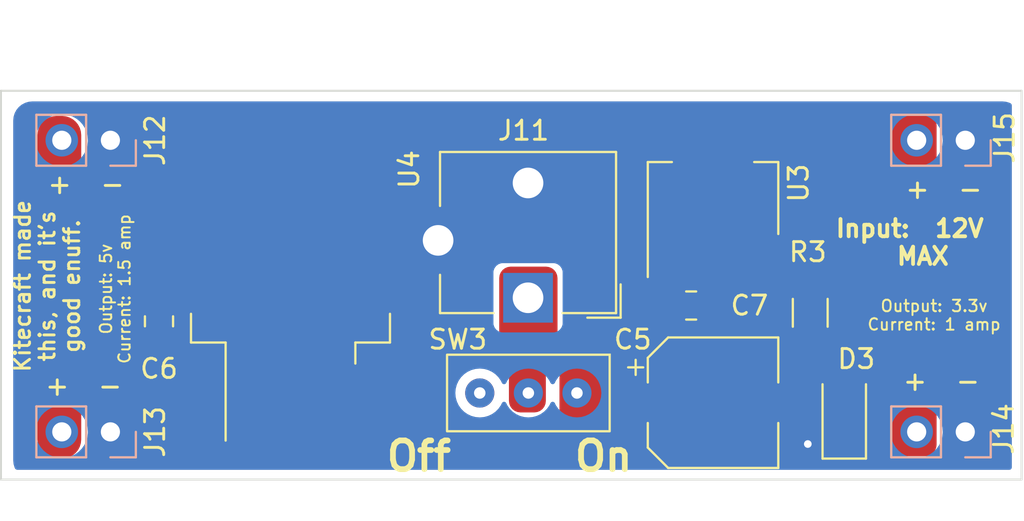
<source format=kicad_pcb>
(kicad_pcb (version 20211014) (generator pcbnew)
  (layers (0 "F.Cu" signal) (31 "B.Cu" signal) (34 "B.Paste" user) (35 "F.Paste" user) (36 "B.SilkS" user "B.Silkscreen") (37 "F.SilkS" user "F.Silkscreen") (38 "B.Mask" user) (39 "F.Mask" user) (44 "Edge.Cuts" user))
  (net 0 "")
  (net 1 "VCC")
  (net 2 "GND")
  (net 3 "5V")
  (net 4 "3.3V")
  (net 5 "Net-(D3-Pad2)")
  (net 6 "Net-(J11-Pad1)")
  (footprint "Kitecraft_Terminal_Blocks:BarrelJack_CUI_PJ-102AH_Horizontal_3_Pin_Short" (layer "F.Cu") (at 126.607 151.488 180)
    (fp_text reference "J11" (at 0.237 8.74 180) (layer "F.SilkS"))
    (fp_text value "Barrel_Jack_MountingPin")
    (fp_line (start -4.6 7.62) (end -4.6 -0.8) (layer "F.SilkS") (width 0.12))
    (fp_line (start -4.6 -0.8) (end -1.8 -0.8) (layer "F.SilkS") (width 0.12))
    (fp_line (start -4.84 -1.04) (end -3.1 -1.04) (layer "F.SilkS") (width 0.12))
    (fp_line (start 4.6 7.62) (end -4.6 7.62) (layer "F.SilkS") (width 0.12))
    (fp_line (start -4.84 0.7) (end -4.84 -1.04) (layer "F.SilkS") (width 0.12))
    (fp_line (start 1.8 -0.8) (end 4.6 -0.8) (layer "F.SilkS") (width 0.12))
    (fp_line (start 4.6 -0.8) (end 4.6 1.2) (layer "F.SilkS") (width 0.12))
    (fp_line (start 4.6 4.8) (end 4.6 7.62) (layer "F.SilkS") (width 0.12))
    (pad "1" thru_hole rect (at 0 0 180) (size 2.6 2.6) (drill 1.6) (layers *.Cu *.Mask) (net 6 "Net-(J11-Pad1)"))
    (pad "2" thru_hole circle (at 0 6 180) (size 2.6 2.6) (drill 1.6) (layers *.Cu *.Mask) (net 2 "GND"))
    (pad "MP" thru_hole circle (at 4.7 3 180) (size 2.6 2.6) (drill 1.6) (layers *.Cu *.Mask) (net 2 "GND"))
  )
  (footprint "Resistor_SMD:R_1206_3216Metric" (layer "F.Cu") (at 141.356 152.273 -90)
    (fp_text reference "R3" (at -3.175 0.127 180) (layer "F.SilkS"))
    (fp_text value "47R")
    (fp_line (start -0.727064 0.91) (end 0.727064 0.91) (layer "F.SilkS") (width 0.12))
    (fp_line (start -0.727064 -0.91) (end 0.727064 -0.91) (layer "F.SilkS") (width 0.12))
    (pad "1" smd roundrect (at -1.4625 0 270) (size 1.125 1.75) (layers "F.Cu" "F.Paste" "F.Mask") (roundrect_rratio 0.2222222222) (net 4 "3.3V"))
    (pad "2" smd roundrect (at 1.4625 0 270) (size 1.125 1.75) (layers "F.Cu" "F.Paste" "F.Mask") (roundrect_rratio 0.2222222222) (net 5 "Net-(D3-Pad2)"))
  )
  (footprint "Capacitor_SMD:CP_Elec_6.3x5.9" (layer "F.Cu") (at 136.276 156.972)
    (fp_text reference "C5" (at -4.196 -3.302 180) (layer "F.SilkS"))
    (fp_text value "C_Polarized")
    (fp_line (start -3.41 2.345563) (end -2.345563 3.41) (layer "F.SilkS") (width 0.12))
    (fp_line (start -3.41 -2.345563) (end -3.41 -1.06) (layer "F.SilkS") (width 0.12))
    (fp_line (start -2.345563 3.41) (end 3.41 3.41) (layer "F.SilkS") (width 0.12))
    (fp_line (start -4.04375 -2.24125) (end -4.04375 -1.45375) (layer "F.SilkS") (width 0.12))
    (fp_line (start -3.41 2.345563) (end -3.41 1.06) (layer "F.SilkS") (width 0.12))
    (fp_line (start -3.41 -2.345563) (end -2.345563 -3.41) (layer "F.SilkS") (width 0.12))
    (fp_line (start -2.345563 -3.41) (end 3.41 -3.41) (layer "F.SilkS") (width 0.12))
    (fp_line (start -4.4375 -1.8475) (end -3.65 -1.8475) (layer "F.SilkS") (width 0.12))
    (fp_line (start 3.41 -3.41) (end 3.41 -1.06) (layer "F.SilkS") (width 0.12))
    (fp_line (start 3.41 3.41) (end 3.41 1.06) (layer "F.SilkS") (width 0.12))
    (pad "1" smd roundrect (at -2.8 0) (size 3.5 1.6) (layers "F.Cu" "F.Paste" "F.Mask") (roundrect_rratio 0.15625) (net 1 "VCC"))
    (pad "2" smd roundrect (at 2.8 0) (size 3.5 1.6) (layers "F.Cu" "F.Paste" "F.Mask") (roundrect_rratio 0.15625) (net 2 "GND"))
  )
  (footprint "Capacitor_SMD:C_0805_2012Metric" (layer "F.Cu") (at 135.133 151.892 180)
    (fp_text reference "C7" (at -3.048 0) (layer "F.SilkS"))
    (fp_text value "C_Polarized")
    (fp_line (start -0.261252 0.735) (end 0.261252 0.735) (layer "F.SilkS") (width 0.12))
    (fp_line (start -0.261252 -0.735) (end 0.261252 -0.735) (layer "F.SilkS") (width 0.12))
    (pad "1" smd roundrect (at -0.95 0 180) (size 1 1.45) (layers "F.Cu" "F.Paste" "F.Mask") (net 4 "3.3V"))
    (pad "2" smd roundrect (at 0.95 0 180) (size 1 1.45) (layers "F.Cu" "F.Paste" "F.Mask") (net 2 "GND"))
  )
  (footprint "Package_TO_SOT_SMD:TO-263-2" (layer "F.Cu") (at 114.192 150.876 90)
    (fp_text reference "U4" (at 6.096 6.204 270) (layer "F.SilkS"))
    (fp_text value "AP1086")
    (fp_line (start -2.95 3.39) (end -4.05 3.39) (layer "F.SilkS") (width 0.12))
    (fp_line (start -1.45 5.2) (end -2.95 5.2) (layer "F.SilkS") (width 0.12))
    (fp_line (start -2.95 -5.2) (end -2.95 -3.39) (layer "F.SilkS") (width 0.12))
    (fp_line (start -1.45 -5.2) (end -2.95 -5.2) (layer "F.SilkS") (width 0.12))
    (fp_line (start -2.95 -3.39) (end -8.075 -3.39) (layer "F.SilkS") (width 0.12))
    (fp_line (start -2.95 5.2) (end -2.95 3.39) (layer "F.SilkS") (width 0.12))
    (pad "1" smd rect (at -5.775 -2.54 90) (size 4.6 1.1) (layers "F.Cu" "F.Paste" "F.Mask") (net 2 "GND"))
    (pad "2" smd rect (at 3.375 0 90) (size 9.4 10.8) (layers "F.Cu" "F.Mask") (net 3 "5V"))
    (pad "3" smd rect (at -5.775 2.54 90) (size 4.6 1.1) (layers "F.Cu" "F.Paste" "F.Mask") (net 1 "VCC"))
  )
  (footprint "Capacitor_SMD:C_0805_2012Metric" (layer "F.Cu") (at 107.32 152.718 -90)
    (fp_text reference "C6" (at 2.476 0 180) (layer "F.SilkS"))
    (fp_text value "C_Polarized")
    (fp_line (start -0.261252 -0.735) (end 0.261252 -0.735) (layer "F.SilkS") (width 0.12))
    (fp_line (start -0.261252 0.735) (end 0.261252 0.735) (layer "F.SilkS") (width 0.12))
    (pad "1" smd roundrect (at -0.95 0 270) (size 1 1.45) (layers "F.Cu" "F.Paste" "F.Mask") (net 3 "5V"))
    (pad "2" smd roundrect (at 0.95 0 270) (size 1 1.45) (layers "F.Cu" "F.Paste" "F.Mask") (net 2 "GND"))
  )
  (footprint "LED_SMD:LED_1206_3216Metric" (layer "F.Cu") (at 143.134 157.607 90)
    (fp_text reference "D3" (at 2.921 0.63) (layer "F.SilkS"))
    (fp_text value "LED")
    (fp_line (start -2.285 1.135) (end 1.6 1.135) (layer "F.SilkS") (width 0.12))
    (fp_line (start -2.285 -1.135) (end -2.285 1.135) (layer "F.SilkS") (width 0.12))
    (fp_line (start 1.6 -1.135) (end -2.285 -1.135) (layer "F.SilkS") (width 0.12))
    (pad "1" smd roundrect (at -1.4 0 90) (size 1.25 1.75) (layers "F.Cu" "F.Paste" "F.Mask") (roundrect_rratio 0.2) (net 2 "GND"))
    (pad "2" smd roundrect (at 1.4 0 90) (size 1.25 1.75) (layers "F.Cu" "F.Paste" "F.Mask") (roundrect_rratio 0.2) (net 5 "Net-(D3-Pad2)"))
  )
  (footprint "Kitecraft_Switches:SPDT_Switch_3mm" (layer "F.Cu") (at 126.624 156.464)
    (fp_text reference "SW3" (at -3.688 -2.794 unlocked) (layer "F.SilkS"))
    (fp_text value "SW_SPDT")
    (fp_rect (start 4.25 -2) (end -4.25 2) (layer "F.SilkS") (width 0.12) (fill none))
    (pad "1" thru_hole circle (at -2.54 0) (size 1.524 1.524) (drill 0.6) (layers *.Cu *.Mask))
    (pad "2" thru_hole circle (at 0 0) (size 1.524 1.524) (drill 0.6) (layers *.Cu *.Mask) (net 6 "Net-(J11-Pad1)"))
    (pad "3" thru_hole circle (at 2.54 0) (size 1.524 1.524) (drill 0.6) (layers *.Cu *.Mask) (net 1 "VCC"))
  )
  (footprint "Package_TO_SOT_SMD:SOT-223" (layer "F.Cu") (at 136.276 146.304 90)
    (fp_text reference "U3" (at 0.8128 4.4704 90) (layer "F.SilkS"))
    (fp_text value "NCP1117ST33T3G")
    (fp_line (start 1.91 -3.41) (end 1.91 -2.15) (layer "F.SilkS") (width 0.12))
    (fp_line (start -4.1 -3.41) (end 1.91 -3.41) (layer "F.SilkS") (width 0.12))
    (fp_line (start -1.85 3.41) (end 1.91 3.41) (layer "F.SilkS") (width 0.12))
    (fp_line (start 1.91 3.41) (end 1.91 2.15) (layer "F.SilkS") (width 0.12))
    (pad "1" smd rect (at -3.15 -2.3 90) (size 2 1.5) (layers "F.Cu" "F.Paste" "F.Mask") (net 2 "GND"))
    (pad "2" smd rect (at -3.15 0 90) (size 2 1.5) (layers "F.Cu" "F.Paste" "F.Mask") (net 4 "3.3V"))
    (pad "3" smd rect (at -3.15 2.3 90) (size 2 1.5) (layers "F.Cu" "F.Paste" "F.Mask") (net 1 "VCC"))
    (pad "4" smd rect (at 3.15 0 90) (size 2 3.8) (layers "F.Cu" "F.Paste" "F.Mask") (net 4 "3.3V"))
  )
  (footprint "Connector_PinHeader_2.54mm:PinHeader_1x02_P2.54mm_Vertical" (layer "B.Cu") (at 104.78 158.496 90)
    (fp_text reference "J13" (at 0 2.33 90) (layer "F.SilkS"))
    (fp_text value "Conn_01x02")
    (fp_line (start -1.33 -1.27) (end 1.33 -1.27) (layer "B.SilkS") (width 0.12))
    (fp_line (start -1.33 -3.87) (end 1.33 -3.87) (layer "B.SilkS") (width 0.12))
    (fp_line (start -1.33 0) (end -1.33 1.33) (layer "B.SilkS") (width 0.12))
    (fp_line (start -1.33 1.33) (end 0 1.33) (layer "B.SilkS") (width 0.12))
    (fp_line (start -1.33 -1.27) (end -1.33 -3.87) (layer "B.SilkS") (width 0.12))
    (fp_line (start 1.33 -1.27) (end 1.33 -3.87) (layer "B.SilkS") (width 0.12))
    (pad "1" thru_hole rect (at 0 0 90) (size 1.7 1.7) (drill 1) (layers *.Cu *.Mask) (net 2 "GND"))
    (pad "2" thru_hole oval (at 0 -2.54 90) (size 1.7 1.7) (drill 1) (layers *.Cu *.Mask) (net 3 "5V"))
  )
  (footprint "Connector_PinHeader_2.54mm:PinHeader_1x02_P2.54mm_Vertical" (layer "B.Cu") (at 149.4586 143.256 90)
    (fp_text reference "J15" (at 0.127 2.0524 270) (layer "F.SilkS"))
    (fp_text value "Conn_01x02")
    (fp_line (start -1.33 0) (end -1.33 1.33) (layer "B.SilkS") (width 0.12))
    (fp_line (start 1.33 -1.27) (end 1.33 -3.87) (layer "B.SilkS") (width 0.12))
    (fp_line (start -1.33 1.33) (end 0 1.33) (layer "B.SilkS") (width 0.12))
    (fp_line (start -1.33 -1.27) (end 1.33 -1.27) (layer "B.SilkS") (width 0.12))
    (fp_line (start -1.33 -1.27) (end -1.33 -3.87) (layer "B.SilkS") (width 0.12))
    (fp_line (start -1.33 -3.87) (end 1.33 -3.87) (layer "B.SilkS") (width 0.12))
    (pad "1" thru_hole rect (at 0 0 90) (size 1.7 1.7) (drill 1) (layers *.Cu *.Mask) (net 2 "GND"))
    (pad "2" thru_hole oval (at 0 -2.54 90) (size 1.7 1.7) (drill 1) (layers *.Cu *.Mask) (net 4 "3.3V"))
  )
  (footprint "Connector_PinHeader_2.54mm:PinHeader_1x02_P2.54mm_Vertical" (layer "B.Cu") (at 104.78 143.256 90)
    (fp_text reference "J12" (at 0 2.33 90) (layer "F.SilkS"))
    (fp_text value "Conn_01x02")
    (fp_line (start -1.33 1.33) (end 0 1.33) (layer "B.SilkS") (width 0.12))
    (fp_line (start -1.33 -1.27) (end -1.33 -3.87) (layer "B.SilkS") (width 0.12))
    (fp_line (start -1.33 -3.87) (end 1.33 -3.87) (layer "B.SilkS") (width 0.12))
    (fp_line (start 1.33 -1.27) (end 1.33 -3.87) (layer "B.SilkS") (width 0.12))
    (fp_line (start -1.33 -1.27) (end 1.33 -1.27) (layer "B.SilkS") (width 0.12))
    (fp_line (start -1.33 0) (end -1.33 1.33) (layer "B.SilkS") (width 0.12))
    (pad "1" thru_hole rect (at 0 0 90) (size 1.7 1.7) (drill 1) (layers *.Cu *.Mask) (net 2 "GND"))
    (pad "2" thru_hole oval (at 0 -2.54 90) (size 1.7 1.7) (drill 1) (layers *.Cu *.Mask) (net 3 "5V"))
  )
  (footprint "Connector_PinHeader_2.54mm:PinHeader_1x02_P2.54mm_Vertical" (layer "B.Cu") (at 149.4586 158.496 90)
    (fp_text reference "J14" (at 0.1524 2.0066 90) (layer "F.SilkS"))
    (fp_text value "Conn_01x02")
    (fp_line (start -1.33 -1.27) (end -1.33 -3.87) (layer "B.SilkS") (width 0.12))
    (fp_line (start -1.33 1.33) (end 0 1.33) (layer "B.SilkS") (width 0.12))
    (fp_line (start -1.33 -1.27) (end 1.33 -1.27) (layer "B.SilkS") (width 0.12))
    (fp_line (start -1.33 0) (end -1.33 1.33) (layer "B.SilkS") (width 0.12))
    (fp_line (start 1.33 -1.27) (end 1.33 -3.87) (layer "B.SilkS") (width 0.12))
    (fp_line (start -1.33 -3.87) (end 1.33 -3.87) (layer "B.SilkS") (width 0.12))
    (pad "1" thru_hole rect (at 0 0 90) (size 1.7 1.7) (drill 1) (layers *.Cu *.Mask) (net 2 "GND"))
    (pad "2" thru_hole oval (at 0 -2.54 90) (size 1.7 1.7) (drill 1) (layers *.Cu *.Mask) (net 4 "3.3V"))
  )
  (gr_line (start 152.4 140.668) (end 99.06 140.668) (layer "Edge.Cuts") (width 0.1))
  (gr_line (start 99.06 160.988) (end 152.4 160.988) (layer "Edge.Cuts") (width 0.1))
  (gr_line (start 152.4 140.668) (end 152.4 160.988) (layer "Edge.Cuts") (width 0.1))
  (gr_line (start 99.06 160.988) (end 99.06 140.668) (layer "Edge.Cuts") (width 0.1))
  (gr_text "Input:  12V\n  MAX" (at 146.558 148.59) (layer "F.SilkS") (effects (font (size 0.9 0.9) (thickness 0.2))))
  (gr_text "Kitecraft made\nthis, and it's\ngood enuff." (at 101.478 150.876 90) (layer "F.SilkS") (effects (font (size 0.8 0.8))))
  (gr_text "On" (at 130.556 159.766) (layer "F.SilkS") (effects (font (size 1.5 1.5) (thickness 0.3))))
  (gr_text "+  -" (at 103.51 145.542) (layer "F.SilkS") (effects (font (size 1 1))))
  (gr_text "+  -" (at 148.341 145.796) (layer "F.SilkS") (effects (font (size 1 1))))
  (gr_text "Off" (at 120.904 159.766) (layer "F.SilkS") (effects (font (size 1.5 1.5) (thickness 0.3))))
  (gr_text "+  -" (at 103.383 156.083) (layer "F.SilkS") (effects (font (size 1 1))))
  (gr_text "Output: 3.3v\nCurrent: 1 amp" (at 147.828 152.4) (layer "F.SilkS") (effects (font (size 0.6 0.6) (thickness 0.1))))
  (gr_text "Output: 5v\nCurrent: 1.5 amp" (at 105.034 151.0284 90) (layer "F.SilkS") (effects (font (size 0.6 0.6) (thickness 0.1))))
  (gr_text "+  -" (at 148.214 155.829) (layer "F.SilkS") (effects (font (size 1 1))))
  (via (at 141.229 159.131) (size 0.8) (drill 0.4) (layers "F.Cu" "B.Cu") (net 2))
  (segment (start 141.356 153.7355) (end 141.356 154.429) (width 0.25) (layer "F.Cu") (net 5))
  (segment (start 141.356 154.429) (end 143.134 156.207) (width 0.25) (layer "F.Cu") (net 5))
  (zone (net 3) (net_name "5V") (layer "F.Cu") (connect_pads yes (clearance 0.508)) (min_thickness 0.254) (fill yes (thermal_gap 0.508) (thermal_bridge_width 0.508) (smoothing fillet) (radius 1))
    (polygon (pts (xy 103.256 145.542) (xy 112.781 145.542) (xy 112.781 152.4) (xy 103.256 152.4) (xy 103.256 159.893) (xy 100.97 159.893) (xy 100.97 141.986) (xy 103.256 141.986)))
  )
  (zone (net 2) (net_name "GND") (layer "F.Cu") (connect_pads yes (clearance 0.508)) (min_thickness 0.254) (fill yes (thermal_gap 0.508) (thermal_bridge_width 0.508) (smoothing fillet) (radius 0.6))
    (polygon (pts (xy 134.879 147.701) (xy 134.879 152.781) (xy 132.212 152.781) (xy 129.164 148.336) (xy 124.846 148.336) (xy 124.846 143.764) (xy 129.164 143.764)))
  )
  (zone (net 6) (net_name "Net-(J11-Pad1)") (layer "F.Cu") (connect_pads yes (clearance 0.508)) (min_thickness 0.254) (fill yes (thermal_gap 0.508) (thermal_bridge_width 0.508) (smoothing fillet) (radius 0.6))
    (polygon (pts (xy 128.148 153.924) (xy 127.5384 154.94) (xy 127.5384 157.48) (xy 125.608 157.48) (xy 125.608 154.94) (xy 125.1 153.924) (xy 125.1 149.86) (xy 128.148 149.86)))
  )
  (zone (net 1) (net_name "VCC") (layer "F.Cu") (connect_pads yes (clearance 0.508)) (min_thickness 0.254) (fill yes (thermal_gap 0.508) (thermal_bridge_width 0.508) (smoothing fillet) (radius 1))
    (polygon (pts (xy 123.1696 157.988) (xy 128.2496 157.988) (xy 128.2496 155.448) (xy 129.291 153.289) (xy 135.768 153.289) (xy 135.768 160.401) (xy 115.702 160.401) (xy 115.702 153.924) (xy 119.512 153.924)))
  )
  (zone (net 4) (net_name "3.3V") (layer "F.Cu") (connect_pads yes (clearance 0.508)) (min_thickness 0.254) (fill yes (thermal_gap 0.508) (thermal_bridge_width 0.508) (smoothing fillet) (radius 0.6))
    (polygon (pts (xy 147.96 159.766) (xy 145.42 159.766) (xy 145.42 155.448) (xy 142.626 151.638) (xy 140.34 151.638) (xy 140.34 147.828) (xy 137.165 147.828) (xy 137.165 150.749) (xy 136.657 152.781) (xy 135.4124 152.8064) (xy 135.387 147.193) (xy 134.117 144.526) (xy 134.117 141.859) (xy 147.96 141.859)))
  )
  (zone (net 1) (net_name "VCC") (layer "F.Cu") (connect_pads yes (clearance 0.508)) (min_thickness 0.254) (fill yes (thermal_gap 0.508) (thermal_bridge_width 0.508) (smoothing fillet) (radius 0.6))
    (polygon (pts (xy 139.578 155.194) (xy 136.53 155.194) (xy 135.387 158.115) (xy 130.561 158.115) (xy 130.570617 153.311834) (xy 136.9364 153.3144) (xy 137.673 151.892) (xy 137.673 148.336) (xy 139.578 148.336)))
  )
  (zone (net 2) (net_name "GND") (layer "F.Cu") (connect_pads yes (clearance 0.508)) (min_thickness 0.254) (fill yes (thermal_gap 0.508) (thermal_bridge_width 0.508) (smoothing fillet) (radius 0.6))
    (polygon (pts (xy 141.356 158.242) (xy 144.15 158.242) (xy 144.15 160.401) (xy 137.038 160.401) (xy 137.038 155.829) (xy 141.356 155.829)))
  )
  (zone (net 2) (net_name "GND") (layer "F.Cu") (connect_pads yes (clearance 0.508)) (min_thickness 0.254) (fill yes (thermal_gap 0.508) (thermal_bridge_width 0.508) (smoothing fillet) (radius 1))
    (polygon (pts (xy 113.035 160.401) (xy 103.891 160.401) (xy 103.891 153.035) (xy 113.035 153.035)))
  )
  (zone (net 2) (net_name "GND") (layer "B.Cu") (connect_pads yes (clearance 0.508)) (min_thickness 0.254) (fill yes (thermal_gap 0.508) (thermal_bridge_width 0.508) (smoothing fillet) (radius 1))
    (polygon (pts (xy 152.532 161.036) (xy 99.7 161.036) (xy 99.7 141.224) (xy 152.532 141.224)))
  )
)
</source>
